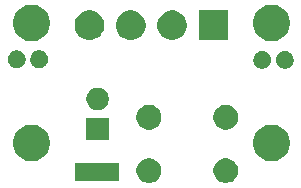
<source format=gbr>
G04 #@! TF.GenerationSoftware,KiCad,Pcbnew,5.1.5-52549c5~86~ubuntu18.04.1*
G04 #@! TF.CreationDate,2020-09-25T18:12:33-05:00*
G04 #@! TF.ProjectId,D03,4430332e-6b69-4636-9164-5f7063625858,rev?*
G04 #@! TF.SameCoordinates,Original*
G04 #@! TF.FileFunction,Soldermask,Top*
G04 #@! TF.FilePolarity,Negative*
%FSLAX46Y46*%
G04 Gerber Fmt 4.6, Leading zero omitted, Abs format (unit mm)*
G04 Created by KiCad (PCBNEW 5.1.5-52549c5~86~ubuntu18.04.1) date 2020-09-25 18:12:33*
%MOMM*%
%LPD*%
G04 APERTURE LIST*
%ADD10C,0.100000*%
G04 APERTURE END LIST*
D10*
G36*
X40565564Y-35285989D02*
G01*
X40756833Y-35365215D01*
X40756835Y-35365216D01*
X40900778Y-35461396D01*
X40928973Y-35480235D01*
X41075365Y-35626627D01*
X41190385Y-35798767D01*
X41269611Y-35990036D01*
X41310000Y-36193084D01*
X41310000Y-36400116D01*
X41269611Y-36603164D01*
X41190385Y-36794433D01*
X41190384Y-36794435D01*
X41075365Y-36966573D01*
X40928973Y-37112965D01*
X40756835Y-37227984D01*
X40756834Y-37227985D01*
X40756833Y-37227985D01*
X40565564Y-37307211D01*
X40362516Y-37347600D01*
X40155484Y-37347600D01*
X39952436Y-37307211D01*
X39761167Y-37227985D01*
X39761166Y-37227985D01*
X39761165Y-37227984D01*
X39589027Y-37112965D01*
X39442635Y-36966573D01*
X39327616Y-36794435D01*
X39327615Y-36794433D01*
X39248389Y-36603164D01*
X39208000Y-36400116D01*
X39208000Y-36193084D01*
X39248389Y-35990036D01*
X39327615Y-35798767D01*
X39442635Y-35626627D01*
X39589027Y-35480235D01*
X39617222Y-35461396D01*
X39761165Y-35365216D01*
X39761167Y-35365215D01*
X39952436Y-35285989D01*
X40155484Y-35245600D01*
X40362516Y-35245600D01*
X40565564Y-35285989D01*
G37*
G36*
X34065564Y-35285989D02*
G01*
X34256833Y-35365215D01*
X34256835Y-35365216D01*
X34400778Y-35461396D01*
X34428973Y-35480235D01*
X34575365Y-35626627D01*
X34690385Y-35798767D01*
X34769611Y-35990036D01*
X34810000Y-36193084D01*
X34810000Y-36400116D01*
X34769611Y-36603164D01*
X34690385Y-36794433D01*
X34690384Y-36794435D01*
X34575365Y-36966573D01*
X34428973Y-37112965D01*
X34256835Y-37227984D01*
X34256834Y-37227985D01*
X34256833Y-37227985D01*
X34065564Y-37307211D01*
X33862516Y-37347600D01*
X33655484Y-37347600D01*
X33452436Y-37307211D01*
X33261167Y-37227985D01*
X33261166Y-37227985D01*
X33261165Y-37227984D01*
X33089027Y-37112965D01*
X32942635Y-36966573D01*
X32827616Y-36794435D01*
X32827615Y-36794433D01*
X32748389Y-36603164D01*
X32708000Y-36400116D01*
X32708000Y-36193084D01*
X32748389Y-35990036D01*
X32827615Y-35798767D01*
X32942635Y-35626627D01*
X33089027Y-35480235D01*
X33117222Y-35461396D01*
X33261165Y-35365216D01*
X33261167Y-35365215D01*
X33452436Y-35285989D01*
X33655484Y-35245600D01*
X33862516Y-35245600D01*
X34065564Y-35285989D01*
G37*
G36*
X31213400Y-37224600D02*
G01*
X27511400Y-37224600D01*
X27511400Y-35622600D01*
X31213400Y-35622600D01*
X31213400Y-37224600D01*
G37*
G36*
X44432585Y-32448802D02*
G01*
X44582410Y-32478604D01*
X44864674Y-32595521D01*
X45118705Y-32765259D01*
X45334741Y-32981295D01*
X45504479Y-33235326D01*
X45621396Y-33517590D01*
X45681000Y-33817240D01*
X45681000Y-34122760D01*
X45621396Y-34422410D01*
X45504479Y-34704674D01*
X45334741Y-34958705D01*
X45118705Y-35174741D01*
X44864674Y-35344479D01*
X44582410Y-35461396D01*
X44432585Y-35491198D01*
X44282761Y-35521000D01*
X43977239Y-35521000D01*
X43827415Y-35491198D01*
X43677590Y-35461396D01*
X43395326Y-35344479D01*
X43141295Y-35174741D01*
X42925259Y-34958705D01*
X42755521Y-34704674D01*
X42638604Y-34422410D01*
X42579000Y-34122760D01*
X42579000Y-33817240D01*
X42638604Y-33517590D01*
X42755521Y-33235326D01*
X42925259Y-32981295D01*
X43141295Y-32765259D01*
X43395326Y-32595521D01*
X43677590Y-32478604D01*
X43827415Y-32448802D01*
X43977239Y-32419000D01*
X44282761Y-32419000D01*
X44432585Y-32448802D01*
G37*
G36*
X24112585Y-32448802D02*
G01*
X24262410Y-32478604D01*
X24544674Y-32595521D01*
X24798705Y-32765259D01*
X25014741Y-32981295D01*
X25184479Y-33235326D01*
X25301396Y-33517590D01*
X25361000Y-33817240D01*
X25361000Y-34122760D01*
X25301396Y-34422410D01*
X25184479Y-34704674D01*
X25014741Y-34958705D01*
X24798705Y-35174741D01*
X24544674Y-35344479D01*
X24262410Y-35461396D01*
X24112585Y-35491198D01*
X23962761Y-35521000D01*
X23657239Y-35521000D01*
X23507415Y-35491198D01*
X23357590Y-35461396D01*
X23075326Y-35344479D01*
X22821295Y-35174741D01*
X22605259Y-34958705D01*
X22435521Y-34704674D01*
X22318604Y-34422410D01*
X22259000Y-34122760D01*
X22259000Y-33817240D01*
X22318604Y-33517590D01*
X22435521Y-33235326D01*
X22605259Y-32981295D01*
X22821295Y-32765259D01*
X23075326Y-32595521D01*
X23357590Y-32478604D01*
X23507415Y-32448802D01*
X23657239Y-32419000D01*
X23962761Y-32419000D01*
X24112585Y-32448802D01*
G37*
G36*
X30364200Y-33717000D02*
G01*
X28462200Y-33717000D01*
X28462200Y-31815000D01*
X30364200Y-31815000D01*
X30364200Y-33717000D01*
G37*
G36*
X34065564Y-30785989D02*
G01*
X34256833Y-30865215D01*
X34256835Y-30865216D01*
X34405708Y-30964690D01*
X34428973Y-30980235D01*
X34575365Y-31126627D01*
X34690385Y-31298767D01*
X34769611Y-31490036D01*
X34810000Y-31693084D01*
X34810000Y-31900116D01*
X34769611Y-32103164D01*
X34690385Y-32294433D01*
X34690384Y-32294435D01*
X34575365Y-32466573D01*
X34428973Y-32612965D01*
X34256835Y-32727984D01*
X34256834Y-32727985D01*
X34256833Y-32727985D01*
X34065564Y-32807211D01*
X33862516Y-32847600D01*
X33655484Y-32847600D01*
X33452436Y-32807211D01*
X33261167Y-32727985D01*
X33261166Y-32727985D01*
X33261165Y-32727984D01*
X33089027Y-32612965D01*
X32942635Y-32466573D01*
X32827616Y-32294435D01*
X32827615Y-32294433D01*
X32748389Y-32103164D01*
X32708000Y-31900116D01*
X32708000Y-31693084D01*
X32748389Y-31490036D01*
X32827615Y-31298767D01*
X32942635Y-31126627D01*
X33089027Y-30980235D01*
X33112292Y-30964690D01*
X33261165Y-30865216D01*
X33261167Y-30865215D01*
X33452436Y-30785989D01*
X33655484Y-30745600D01*
X33862516Y-30745600D01*
X34065564Y-30785989D01*
G37*
G36*
X40565564Y-30785989D02*
G01*
X40756833Y-30865215D01*
X40756835Y-30865216D01*
X40905708Y-30964690D01*
X40928973Y-30980235D01*
X41075365Y-31126627D01*
X41190385Y-31298767D01*
X41269611Y-31490036D01*
X41310000Y-31693084D01*
X41310000Y-31900116D01*
X41269611Y-32103164D01*
X41190385Y-32294433D01*
X41190384Y-32294435D01*
X41075365Y-32466573D01*
X40928973Y-32612965D01*
X40756835Y-32727984D01*
X40756834Y-32727985D01*
X40756833Y-32727985D01*
X40565564Y-32807211D01*
X40362516Y-32847600D01*
X40155484Y-32847600D01*
X39952436Y-32807211D01*
X39761167Y-32727985D01*
X39761166Y-32727985D01*
X39761165Y-32727984D01*
X39589027Y-32612965D01*
X39442635Y-32466573D01*
X39327616Y-32294435D01*
X39327615Y-32294433D01*
X39248389Y-32103164D01*
X39208000Y-31900116D01*
X39208000Y-31693084D01*
X39248389Y-31490036D01*
X39327615Y-31298767D01*
X39442635Y-31126627D01*
X39589027Y-30980235D01*
X39612292Y-30964690D01*
X39761165Y-30865216D01*
X39761167Y-30865215D01*
X39952436Y-30785989D01*
X40155484Y-30745600D01*
X40362516Y-30745600D01*
X40565564Y-30785989D01*
G37*
G36*
X29690595Y-29311546D02*
G01*
X29863666Y-29383234D01*
X29863667Y-29383235D01*
X30019427Y-29487310D01*
X30151890Y-29619773D01*
X30151891Y-29619775D01*
X30255966Y-29775534D01*
X30327654Y-29948605D01*
X30364200Y-30132333D01*
X30364200Y-30319667D01*
X30327654Y-30503395D01*
X30255966Y-30676466D01*
X30255965Y-30676467D01*
X30151890Y-30832227D01*
X30019427Y-30964690D01*
X29996162Y-30980235D01*
X29863666Y-31068766D01*
X29690595Y-31140454D01*
X29506867Y-31177000D01*
X29319533Y-31177000D01*
X29135805Y-31140454D01*
X28962734Y-31068766D01*
X28830238Y-30980235D01*
X28806973Y-30964690D01*
X28674510Y-30832227D01*
X28570435Y-30676467D01*
X28570434Y-30676466D01*
X28498746Y-30503395D01*
X28462200Y-30319667D01*
X28462200Y-30132333D01*
X28498746Y-29948605D01*
X28570434Y-29775534D01*
X28674509Y-29619775D01*
X28674510Y-29619773D01*
X28806973Y-29487310D01*
X28962733Y-29383235D01*
X28962734Y-29383234D01*
X29135805Y-29311546D01*
X29319533Y-29275000D01*
X29506867Y-29275000D01*
X29690595Y-29311546D01*
G37*
G36*
X43576859Y-26201860D02*
G01*
X43713532Y-26258472D01*
X43836535Y-26340660D01*
X43941140Y-26445265D01*
X43989386Y-26517470D01*
X44023329Y-26568270D01*
X44079940Y-26704941D01*
X44098696Y-26799233D01*
X44108800Y-26850033D01*
X44108800Y-26997967D01*
X44079940Y-27143059D01*
X44023328Y-27279732D01*
X43941140Y-27402735D01*
X43836535Y-27507340D01*
X43713532Y-27589528D01*
X43713531Y-27589529D01*
X43713530Y-27589529D01*
X43576859Y-27646140D01*
X43431768Y-27675000D01*
X43283832Y-27675000D01*
X43138741Y-27646140D01*
X43002070Y-27589529D01*
X43002069Y-27589529D01*
X43002068Y-27589528D01*
X42879065Y-27507340D01*
X42774460Y-27402735D01*
X42692272Y-27279732D01*
X42635660Y-27143059D01*
X42606800Y-26997967D01*
X42606800Y-26850033D01*
X42616905Y-26799233D01*
X42635660Y-26704941D01*
X42692271Y-26568270D01*
X42726214Y-26517470D01*
X42774460Y-26445265D01*
X42879065Y-26340660D01*
X43002068Y-26258472D01*
X43138741Y-26201860D01*
X43283832Y-26173000D01*
X43431768Y-26173000D01*
X43576859Y-26201860D01*
G37*
G36*
X45476859Y-26201860D02*
G01*
X45613532Y-26258472D01*
X45736535Y-26340660D01*
X45841140Y-26445265D01*
X45889386Y-26517470D01*
X45923329Y-26568270D01*
X45979940Y-26704941D01*
X45998696Y-26799233D01*
X46008800Y-26850033D01*
X46008800Y-26997967D01*
X45979940Y-27143059D01*
X45923328Y-27279732D01*
X45841140Y-27402735D01*
X45736535Y-27507340D01*
X45613532Y-27589528D01*
X45613531Y-27589529D01*
X45613530Y-27589529D01*
X45476859Y-27646140D01*
X45331768Y-27675000D01*
X45183832Y-27675000D01*
X45038741Y-27646140D01*
X44902070Y-27589529D01*
X44902069Y-27589529D01*
X44902068Y-27589528D01*
X44779065Y-27507340D01*
X44674460Y-27402735D01*
X44592272Y-27279732D01*
X44535660Y-27143059D01*
X44506800Y-26997967D01*
X44506800Y-26850033D01*
X44516905Y-26799233D01*
X44535660Y-26704941D01*
X44592271Y-26568270D01*
X44626214Y-26517470D01*
X44674460Y-26445265D01*
X44779065Y-26340660D01*
X44902068Y-26258472D01*
X45038741Y-26201860D01*
X45183832Y-26173000D01*
X45331768Y-26173000D01*
X45476859Y-26201860D01*
G37*
G36*
X24679259Y-26151060D02*
G01*
X24815932Y-26207672D01*
X24938935Y-26289860D01*
X25043540Y-26394465D01*
X25125728Y-26517468D01*
X25125729Y-26517470D01*
X25182340Y-26654141D01*
X25211200Y-26799232D01*
X25211200Y-26947168D01*
X25201095Y-26997968D01*
X25182340Y-27092259D01*
X25125728Y-27228932D01*
X25043540Y-27351935D01*
X24938935Y-27456540D01*
X24815932Y-27538728D01*
X24815931Y-27538729D01*
X24815930Y-27538729D01*
X24679259Y-27595340D01*
X24534168Y-27624200D01*
X24386232Y-27624200D01*
X24241141Y-27595340D01*
X24104470Y-27538729D01*
X24104469Y-27538729D01*
X24104468Y-27538728D01*
X23981465Y-27456540D01*
X23876860Y-27351935D01*
X23794672Y-27228932D01*
X23738060Y-27092259D01*
X23719305Y-26997968D01*
X23709200Y-26947168D01*
X23709200Y-26799232D01*
X23738060Y-26654141D01*
X23794671Y-26517470D01*
X23794672Y-26517468D01*
X23876860Y-26394465D01*
X23981465Y-26289860D01*
X24104468Y-26207672D01*
X24241141Y-26151060D01*
X24386232Y-26122200D01*
X24534168Y-26122200D01*
X24679259Y-26151060D01*
G37*
G36*
X22779259Y-26151060D02*
G01*
X22915932Y-26207672D01*
X23038935Y-26289860D01*
X23143540Y-26394465D01*
X23225728Y-26517468D01*
X23225729Y-26517470D01*
X23282340Y-26654141D01*
X23311200Y-26799232D01*
X23311200Y-26947168D01*
X23301095Y-26997968D01*
X23282340Y-27092259D01*
X23225728Y-27228932D01*
X23143540Y-27351935D01*
X23038935Y-27456540D01*
X22915932Y-27538728D01*
X22915931Y-27538729D01*
X22915930Y-27538729D01*
X22779259Y-27595340D01*
X22634168Y-27624200D01*
X22486232Y-27624200D01*
X22341141Y-27595340D01*
X22204470Y-27538729D01*
X22204469Y-27538729D01*
X22204468Y-27538728D01*
X22081465Y-27456540D01*
X21976860Y-27351935D01*
X21894672Y-27228932D01*
X21838060Y-27092259D01*
X21819305Y-26997968D01*
X21809200Y-26947168D01*
X21809200Y-26799232D01*
X21838060Y-26654141D01*
X21894671Y-26517470D01*
X21894672Y-26517468D01*
X21976860Y-26394465D01*
X22081465Y-26289860D01*
X22204468Y-26207672D01*
X22341141Y-26151060D01*
X22486232Y-26122200D01*
X22634168Y-26122200D01*
X22779259Y-26151060D01*
G37*
G36*
X24112585Y-22288802D02*
G01*
X24262410Y-22318604D01*
X24544674Y-22435521D01*
X24798705Y-22605259D01*
X25014741Y-22821295D01*
X25184479Y-23075326D01*
X25301396Y-23357590D01*
X25311310Y-23407431D01*
X25356596Y-23635097D01*
X25361000Y-23657240D01*
X25361000Y-23962760D01*
X25301396Y-24262410D01*
X25184479Y-24544674D01*
X25014741Y-24798705D01*
X24798705Y-25014741D01*
X24544674Y-25184479D01*
X24262410Y-25301396D01*
X24112585Y-25331198D01*
X23962761Y-25361000D01*
X23657239Y-25361000D01*
X23507415Y-25331198D01*
X23357590Y-25301396D01*
X23075326Y-25184479D01*
X22821295Y-25014741D01*
X22605259Y-24798705D01*
X22435521Y-24544674D01*
X22318604Y-24262410D01*
X22259000Y-23962760D01*
X22259000Y-23657240D01*
X22263405Y-23635097D01*
X22308690Y-23407431D01*
X22318604Y-23357590D01*
X22435521Y-23075326D01*
X22605259Y-22821295D01*
X22821295Y-22605259D01*
X23075326Y-22435521D01*
X23357590Y-22318604D01*
X23507415Y-22288802D01*
X23657239Y-22259000D01*
X23962761Y-22259000D01*
X24112585Y-22288802D01*
G37*
G36*
X44432585Y-22288802D02*
G01*
X44582410Y-22318604D01*
X44864674Y-22435521D01*
X45118705Y-22605259D01*
X45334741Y-22821295D01*
X45504479Y-23075326D01*
X45621396Y-23357590D01*
X45631310Y-23407431D01*
X45676596Y-23635097D01*
X45681000Y-23657240D01*
X45681000Y-23962760D01*
X45621396Y-24262410D01*
X45504479Y-24544674D01*
X45334741Y-24798705D01*
X45118705Y-25014741D01*
X44864674Y-25184479D01*
X44582410Y-25301396D01*
X44432585Y-25331198D01*
X44282761Y-25361000D01*
X43977239Y-25361000D01*
X43827415Y-25331198D01*
X43677590Y-25301396D01*
X43395326Y-25184479D01*
X43141295Y-25014741D01*
X42925259Y-24798705D01*
X42755521Y-24544674D01*
X42638604Y-24262410D01*
X42579000Y-23962760D01*
X42579000Y-23657240D01*
X42583405Y-23635097D01*
X42628690Y-23407431D01*
X42638604Y-23357590D01*
X42755521Y-23075326D01*
X42925259Y-22821295D01*
X43141295Y-22605259D01*
X43395326Y-22435521D01*
X43677590Y-22318604D01*
X43827415Y-22288802D01*
X43977239Y-22259000D01*
X44282761Y-22259000D01*
X44432585Y-22288802D01*
G37*
G36*
X29084903Y-22797075D02*
G01*
X29312571Y-22891378D01*
X29517466Y-23028285D01*
X29691715Y-23202534D01*
X29795321Y-23357591D01*
X29828623Y-23407431D01*
X29922925Y-23635097D01*
X29971000Y-23876786D01*
X29971000Y-24123214D01*
X29922925Y-24364903D01*
X29848463Y-24544672D01*
X29828622Y-24592571D01*
X29691715Y-24797466D01*
X29517466Y-24971715D01*
X29312571Y-25108622D01*
X29312570Y-25108623D01*
X29312569Y-25108623D01*
X29084903Y-25202925D01*
X28843214Y-25251000D01*
X28596786Y-25251000D01*
X28355097Y-25202925D01*
X28127431Y-25108623D01*
X28127430Y-25108623D01*
X28127429Y-25108622D01*
X27922534Y-24971715D01*
X27748285Y-24797466D01*
X27611378Y-24592571D01*
X27591538Y-24544672D01*
X27517075Y-24364903D01*
X27469000Y-24123214D01*
X27469000Y-23876786D01*
X27517075Y-23635097D01*
X27611377Y-23407431D01*
X27644679Y-23357591D01*
X27748285Y-23202534D01*
X27922534Y-23028285D01*
X28127429Y-22891378D01*
X28355097Y-22797075D01*
X28596786Y-22749000D01*
X28843214Y-22749000D01*
X29084903Y-22797075D01*
G37*
G36*
X32584903Y-22797075D02*
G01*
X32812571Y-22891378D01*
X33017466Y-23028285D01*
X33191715Y-23202534D01*
X33295321Y-23357591D01*
X33328623Y-23407431D01*
X33422925Y-23635097D01*
X33471000Y-23876786D01*
X33471000Y-24123214D01*
X33422925Y-24364903D01*
X33348463Y-24544672D01*
X33328622Y-24592571D01*
X33191715Y-24797466D01*
X33017466Y-24971715D01*
X32812571Y-25108622D01*
X32812570Y-25108623D01*
X32812569Y-25108623D01*
X32584903Y-25202925D01*
X32343214Y-25251000D01*
X32096786Y-25251000D01*
X31855097Y-25202925D01*
X31627431Y-25108623D01*
X31627430Y-25108623D01*
X31627429Y-25108622D01*
X31422534Y-24971715D01*
X31248285Y-24797466D01*
X31111378Y-24592571D01*
X31091538Y-24544672D01*
X31017075Y-24364903D01*
X30969000Y-24123214D01*
X30969000Y-23876786D01*
X31017075Y-23635097D01*
X31111377Y-23407431D01*
X31144679Y-23357591D01*
X31248285Y-23202534D01*
X31422534Y-23028285D01*
X31627429Y-22891378D01*
X31855097Y-22797075D01*
X32096786Y-22749000D01*
X32343214Y-22749000D01*
X32584903Y-22797075D01*
G37*
G36*
X36084903Y-22797075D02*
G01*
X36312571Y-22891378D01*
X36517466Y-23028285D01*
X36691715Y-23202534D01*
X36795321Y-23357591D01*
X36828623Y-23407431D01*
X36922925Y-23635097D01*
X36971000Y-23876786D01*
X36971000Y-24123214D01*
X36922925Y-24364903D01*
X36848463Y-24544672D01*
X36828622Y-24592571D01*
X36691715Y-24797466D01*
X36517466Y-24971715D01*
X36312571Y-25108622D01*
X36312570Y-25108623D01*
X36312569Y-25108623D01*
X36084903Y-25202925D01*
X35843214Y-25251000D01*
X35596786Y-25251000D01*
X35355097Y-25202925D01*
X35127431Y-25108623D01*
X35127430Y-25108623D01*
X35127429Y-25108622D01*
X34922534Y-24971715D01*
X34748285Y-24797466D01*
X34611378Y-24592571D01*
X34591538Y-24544672D01*
X34517075Y-24364903D01*
X34469000Y-24123214D01*
X34469000Y-23876786D01*
X34517075Y-23635097D01*
X34611377Y-23407431D01*
X34644679Y-23357591D01*
X34748285Y-23202534D01*
X34922534Y-23028285D01*
X35127429Y-22891378D01*
X35355097Y-22797075D01*
X35596786Y-22749000D01*
X35843214Y-22749000D01*
X36084903Y-22797075D01*
G37*
G36*
X40471000Y-25251000D02*
G01*
X37969000Y-25251000D01*
X37969000Y-22749000D01*
X40471000Y-22749000D01*
X40471000Y-25251000D01*
G37*
M02*

</source>
